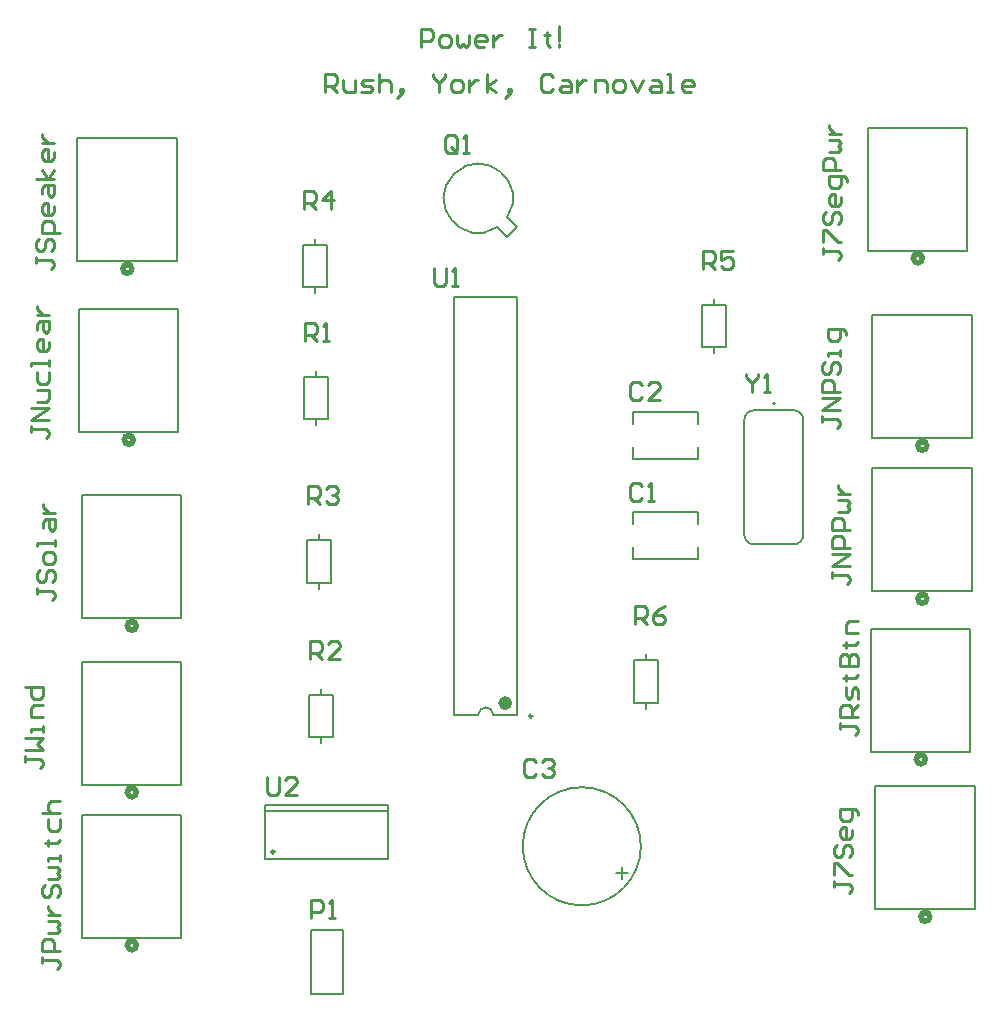
<source format=gto>
G04*
G04 #@! TF.GenerationSoftware,Altium Limited,Altium Designer,22.10.1 (41)*
G04*
G04 Layer_Color=65535*
%FSLAX25Y25*%
%MOIN*%
G70*
G04*
G04 #@! TF.SameCoordinates,D8DE2597-0232-48C6-990D-D127052A737A*
G04*
G04*
G04 #@! TF.FilePolarity,Positive*
G04*
G01*
G75*
%ADD10C,0.02362*%
%ADD11C,0.00984*%
%ADD12C,0.00787*%
%ADD13C,0.02000*%
%ADD14C,0.00700*%
%ADD15C,0.00600*%
%ADD16C,0.01000*%
D10*
X192677Y119752D02*
G03*
X192677Y119752I-1181J0D01*
G01*
D11*
X200492Y115382D02*
G03*
X200492Y115382I-492J0D01*
G01*
X114579Y70169D02*
G03*
X114579Y70169I-492J0D01*
G01*
D12*
X187500Y115815D02*
G03*
X182500Y115815I-2500J0D01*
G01*
X192087Y281656D02*
G03*
X188828Y278402I-9587J6344D01*
G01*
X236685Y72000D02*
G03*
X236685Y72000I-19685J0D01*
G01*
X290843Y214094D02*
G03*
X287595Y217342I-3248J0D01*
G01*
X274406Y217342D02*
G03*
X271158Y214094I0J-3248D01*
G01*
Y175906D02*
G03*
X274406Y172658I3248J-0D01*
G01*
X287595Y172658D02*
G03*
X290843Y175906I0J3248D01*
G01*
X174567Y255185D02*
X195433D01*
X174567Y115815D02*
X182500D01*
X187500D02*
X195433D01*
X174567D02*
Y255185D01*
X195433Y115815D02*
Y255185D01*
X128500Y228587D02*
Y230575D01*
Y212425D02*
Y214413D01*
X124563D02*
X132437D01*
Y228587D01*
X124563D02*
X132437D01*
X124563Y214413D02*
Y228587D01*
X192085Y281659D02*
X195454Y278291D01*
X192196Y275034D02*
X195454Y278291D01*
X188828Y278402D02*
X192196Y275034D01*
X230453Y61158D02*
Y65095D01*
X228484Y63126D02*
X232421D01*
X130000Y106425D02*
Y108413D01*
Y122587D02*
Y124575D01*
X126063Y122587D02*
X133937D01*
X126063Y108413D02*
Y122587D01*
Y108413D02*
X133937D01*
Y122587D01*
X129500Y157925D02*
Y159913D01*
Y174087D02*
Y176075D01*
X125563Y174087D02*
X133437D01*
X125563Y159913D02*
Y174087D01*
Y159913D02*
X133437D01*
Y174087D01*
X128000Y256425D02*
Y258413D01*
Y272587D02*
Y274575D01*
X124063Y272587D02*
X131937D01*
X124063Y258413D02*
Y272587D01*
Y258413D02*
X131937D01*
Y272587D01*
X137295Y22909D02*
Y44091D01*
X126705Y22909D02*
X137295D01*
X126705D02*
Y44091D01*
X137295D01*
X111528Y83752D02*
X152472D01*
X111528Y67610D02*
Y85720D01*
X111528Y67610D02*
X152472D01*
Y85720D01*
X111528D02*
X152472D01*
X274406Y217342D02*
X287595D01*
X290843Y175906D02*
Y214094D01*
X271158Y175906D02*
Y214094D01*
X274406Y172658D02*
X287595D01*
X255827Y167626D02*
Y171661D01*
Y179339D02*
Y183374D01*
X234173D02*
X255827D01*
X234173Y167626D02*
Y171661D01*
Y179339D02*
Y183374D01*
Y167626D02*
X255827D01*
Y201126D02*
Y205161D01*
Y212839D02*
Y216874D01*
X234173D02*
X255827D01*
X234173Y201126D02*
Y205161D01*
Y212839D02*
Y216874D01*
Y201126D02*
X255827D01*
X261000Y252587D02*
Y254575D01*
Y236425D02*
Y238413D01*
X257063D02*
X264937D01*
Y252587D01*
X257063D02*
X264937D01*
X257063Y238413D02*
Y252587D01*
X238500Y117925D02*
Y119913D01*
Y134087D02*
Y136075D01*
X234563Y134087D02*
X242437D01*
X234563Y119913D02*
Y134087D01*
Y119913D02*
X242437D01*
Y134087D01*
D13*
X331500Y101000D02*
G03*
X331500Y101000I-1500J0D01*
G01*
X332000Y205500D02*
G03*
X332000Y205500I-1500J0D01*
G01*
X68500Y39000D02*
G03*
X68500Y39000I-1500J0D01*
G01*
Y145500D02*
G03*
X68500Y145500I-1500J0D01*
G01*
Y90000D02*
G03*
X68500Y90000I-1500J0D01*
G01*
X67500Y207500D02*
G03*
X67500Y207500I-1500J0D01*
G01*
X67000Y264500D02*
G03*
X67000Y264500I-1500J0D01*
G01*
X333000Y48500D02*
G03*
X333000Y48500I-1500J0D01*
G01*
X330500Y268000D02*
G03*
X330500Y268000I-1500J0D01*
G01*
X332000Y154500D02*
G03*
X332000Y154500I-1500J0D01*
G01*
D14*
X281350Y219618D02*
G03*
X281350Y219618I-350J0D01*
G01*
D15*
X346445Y103500D02*
Y144500D01*
X313358D02*
X346445D01*
X313358Y103500D02*
Y144500D01*
Y103500D02*
X346445D01*
X346945Y208000D02*
Y249000D01*
X313858D02*
X346945D01*
X313858Y208000D02*
Y249000D01*
Y208000D02*
X346945D01*
X83445Y41500D02*
Y82500D01*
X50358D02*
X83445D01*
X50358Y41500D02*
Y82500D01*
Y41500D02*
X83445D01*
Y148000D02*
Y189000D01*
X50358D02*
X83445D01*
X50358Y148000D02*
Y189000D01*
Y148000D02*
X83445D01*
Y92500D02*
Y133500D01*
X50358D02*
X83445D01*
X50358Y92500D02*
Y133500D01*
Y92500D02*
X83445D01*
X82445Y210000D02*
Y251000D01*
X49358D02*
X82445D01*
X49358Y210000D02*
Y251000D01*
Y210000D02*
X82445D01*
X81945Y267000D02*
Y308000D01*
X48858D02*
X81945D01*
X48858Y267000D02*
Y308000D01*
Y267000D02*
X81945D01*
X347945Y51000D02*
Y92000D01*
X314858D02*
X347945D01*
X314858Y51000D02*
Y92000D01*
Y51000D02*
X347945D01*
X345445Y270500D02*
Y311500D01*
X312358D02*
X345445D01*
X312358Y270500D02*
Y311500D01*
Y270500D02*
X345445D01*
X346945Y157000D02*
Y198000D01*
X313858D02*
X346945D01*
X313858Y157000D02*
Y198000D01*
Y157000D02*
X346945D01*
D16*
X131500Y323499D02*
Y329497D01*
X134499D01*
X135499Y328498D01*
Y326498D01*
X134499Y325499D01*
X131500D01*
X133499D02*
X135499Y323499D01*
X137498Y327498D02*
Y324499D01*
X138498Y323499D01*
X141497D01*
Y327498D01*
X143496Y323499D02*
X146495D01*
X147495Y324499D01*
X146495Y325499D01*
X144496D01*
X143496Y326498D01*
X144496Y327498D01*
X147495D01*
X149494Y329497D02*
Y323499D01*
Y326498D01*
X150494Y327498D01*
X152493D01*
X153493Y326498D01*
Y323499D01*
X156492Y322500D02*
X157492Y323499D01*
Y324499D01*
X156492D01*
Y323499D01*
X157492D01*
X156492Y322500D01*
X155492Y321500D01*
X167488Y329497D02*
Y328498D01*
X169488Y326498D01*
X171487Y328498D01*
Y329497D01*
X169488Y326498D02*
Y323499D01*
X174486D02*
X176485D01*
X177485Y324499D01*
Y326498D01*
X176485Y327498D01*
X174486D01*
X173486Y326498D01*
Y324499D01*
X174486Y323499D01*
X179484Y327498D02*
Y323499D01*
Y325499D01*
X180484Y326498D01*
X181484Y327498D01*
X182483D01*
X185483Y323499D02*
Y329497D01*
Y325499D02*
X188482Y327498D01*
X185483Y325499D02*
X188482Y323499D01*
X192480Y322500D02*
X193480Y323499D01*
Y324499D01*
X192480D01*
Y323499D01*
X193480D01*
X192480Y322500D01*
X191481Y321500D01*
X207475Y328498D02*
X206476Y329497D01*
X204476D01*
X203477Y328498D01*
Y324499D01*
X204476Y323499D01*
X206476D01*
X207475Y324499D01*
X210474Y327498D02*
X212474D01*
X213474Y326498D01*
Y323499D01*
X210474D01*
X209475Y324499D01*
X210474Y325499D01*
X213474D01*
X215473Y327498D02*
Y323499D01*
Y325499D01*
X216473Y326498D01*
X217472Y327498D01*
X218472D01*
X221471Y323499D02*
Y327498D01*
X224470D01*
X225470Y326498D01*
Y323499D01*
X228469D02*
X230468D01*
X231468Y324499D01*
Y326498D01*
X230468Y327498D01*
X228469D01*
X227469Y326498D01*
Y324499D01*
X228469Y323499D01*
X233467Y327498D02*
X235466Y323499D01*
X237466Y327498D01*
X240465D02*
X242464D01*
X243464Y326498D01*
Y323499D01*
X240465D01*
X239465Y324499D01*
X240465Y325499D01*
X243464D01*
X245463Y323499D02*
X247463D01*
X246463D01*
Y329497D01*
X245463D01*
X253461Y323499D02*
X251461D01*
X250462Y324499D01*
Y326498D01*
X251461Y327498D01*
X253461D01*
X254460Y326498D01*
Y325499D01*
X250462D01*
X163500Y338500D02*
Y344498D01*
X166499D01*
X167499Y343498D01*
Y341499D01*
X166499Y340499D01*
X163500D01*
X170498Y338500D02*
X172497D01*
X173497Y339500D01*
Y341499D01*
X172497Y342499D01*
X170498D01*
X169498Y341499D01*
Y339500D01*
X170498Y338500D01*
X175496Y342499D02*
Y339500D01*
X176496Y338500D01*
X177496Y339500D01*
X178495Y338500D01*
X179495Y339500D01*
Y342499D01*
X184493Y338500D02*
X182494D01*
X181494Y339500D01*
Y341499D01*
X182494Y342499D01*
X184493D01*
X185493Y341499D01*
Y340499D01*
X181494D01*
X187492Y342499D02*
Y338500D01*
Y340499D01*
X188492Y341499D01*
X189492Y342499D01*
X190491D01*
X199488Y344498D02*
X201488D01*
X200488D01*
Y338500D01*
X199488D01*
X201488D01*
X205486Y343498D02*
Y342499D01*
X204487D01*
X206486D01*
X205486D01*
Y339500D01*
X206486Y338500D01*
X209485Y340499D02*
Y345498D01*
Y339500D02*
Y338500D01*
X167600Y264598D02*
Y259600D01*
X168600Y258600D01*
X170599D01*
X171599Y259600D01*
Y264598D01*
X173598Y258600D02*
X175597D01*
X174598D01*
Y264598D01*
X173598Y263598D01*
X124800Y240500D02*
Y246498D01*
X127799D01*
X128799Y245498D01*
Y243499D01*
X127799Y242499D01*
X124800D01*
X126799D02*
X128799Y240500D01*
X130798D02*
X132797D01*
X131798D01*
Y246498D01*
X130798Y245498D01*
X175499Y304000D02*
Y307998D01*
X174499Y308998D01*
X172500D01*
X171500Y307998D01*
Y304000D01*
X172500Y303000D01*
X174499D01*
X173499Y304999D02*
X175499Y303000D01*
X174499D02*
X175499Y304000D01*
X177498Y303000D02*
X179497D01*
X178498D01*
Y308998D01*
X177498Y307998D01*
X201799Y100198D02*
X200799Y101198D01*
X198800D01*
X197800Y100198D01*
Y96200D01*
X198800Y95200D01*
X200799D01*
X201799Y96200D01*
X203798Y100198D02*
X204798Y101198D01*
X206797D01*
X207797Y100198D01*
Y99199D01*
X206797Y98199D01*
X205797D01*
X206797D01*
X207797Y97199D01*
Y96200D01*
X206797Y95200D01*
X204798D01*
X203798Y96200D01*
X126300Y134500D02*
Y140498D01*
X129299D01*
X130299Y139498D01*
Y137499D01*
X129299Y136499D01*
X126300D01*
X128299D02*
X130299Y134500D01*
X136297D02*
X132298D01*
X136297Y138499D01*
Y139498D01*
X135297Y140498D01*
X133298D01*
X132298Y139498D01*
X125800Y186000D02*
Y191998D01*
X128799D01*
X129799Y190998D01*
Y188999D01*
X128799Y187999D01*
X125800D01*
X127799D02*
X129799Y186000D01*
X131798Y190998D02*
X132798Y191998D01*
X134797D01*
X135797Y190998D01*
Y189999D01*
X134797Y188999D01*
X133797D01*
X134797D01*
X135797Y187999D01*
Y187000D01*
X134797Y186000D01*
X132798D01*
X131798Y187000D01*
X124300Y284500D02*
Y290498D01*
X127299D01*
X128299Y289498D01*
Y287499D01*
X127299Y286499D01*
X124300D01*
X126299D02*
X128299Y284500D01*
X133297D02*
Y290498D01*
X130298Y287499D01*
X134297D01*
X126800Y48000D02*
Y53998D01*
X129799D01*
X130799Y52998D01*
Y50999D01*
X129799Y49999D01*
X126800D01*
X132798Y48000D02*
X134797D01*
X133798D01*
Y53998D01*
X132798Y52998D01*
X303001Y113005D02*
Y111005D01*
Y112005D01*
X307999D01*
X308999Y111005D01*
Y110006D01*
X307999Y109006D01*
X308999Y115004D02*
X303001D01*
Y118003D01*
X304001Y119003D01*
X306000D01*
X307000Y118003D01*
Y115004D01*
Y117004D02*
X308999Y119003D01*
Y121002D02*
Y124001D01*
X307999Y125001D01*
X307000Y124001D01*
Y122002D01*
X306000Y121002D01*
X305000Y122002D01*
Y125001D01*
X304001Y128000D02*
X305000D01*
Y127000D01*
Y129000D01*
Y128000D01*
X307999D01*
X308999Y129000D01*
X303001Y131999D02*
X308999D01*
Y134998D01*
X307999Y135997D01*
X307000D01*
X306000Y134998D01*
Y131999D01*
Y134998D01*
X305000Y135997D01*
X304001D01*
X303001Y134998D01*
Y131999D01*
X304001Y138997D02*
X305000D01*
Y137997D01*
Y139996D01*
Y138997D01*
X307999D01*
X308999Y139996D01*
Y142995D02*
X305000D01*
Y145994D01*
X306000Y146994D01*
X308999D01*
X297001Y215504D02*
Y213505D01*
Y214504D01*
X302000D01*
X302999Y213505D01*
Y212505D01*
X302000Y211505D01*
X302999Y217503D02*
X297001D01*
X302999Y221502D01*
X297001D01*
X302999Y223501D02*
X297001D01*
Y226501D01*
X298001Y227500D01*
X300000D01*
X301000Y226501D01*
Y223501D01*
X298001Y233498D02*
X297001Y232499D01*
Y230499D01*
X298001Y229500D01*
X299001D01*
X300000Y230499D01*
Y232499D01*
X301000Y233498D01*
X302000D01*
X302999Y232499D01*
Y230499D01*
X302000Y229500D01*
X302999Y235498D02*
Y237497D01*
Y236497D01*
X299001D01*
Y235498D01*
X304999Y242495D02*
Y243495D01*
X303999Y244495D01*
X299001D01*
Y241496D01*
X300000Y240496D01*
X302000D01*
X302999Y241496D01*
Y244495D01*
X37001Y35008D02*
Y33008D01*
Y34008D01*
X41999D01*
X42999Y33008D01*
Y32009D01*
X41999Y31009D01*
X42999Y37007D02*
X37001D01*
Y40006D01*
X38001Y41006D01*
X40000D01*
X41000Y40006D01*
Y37007D01*
X39000Y43005D02*
X41999D01*
X42999Y44005D01*
X41999Y45004D01*
X42999Y46004D01*
X41999Y47004D01*
X39000D01*
Y49003D02*
X42999D01*
X41000D01*
X40000Y50003D01*
X39000Y51003D01*
Y52002D01*
X38001Y59000D02*
X37001Y58000D01*
Y56001D01*
X38001Y55001D01*
X39000D01*
X40000Y56001D01*
Y58000D01*
X41000Y59000D01*
X41999D01*
X42999Y58000D01*
Y56001D01*
X41999Y55001D01*
X39000Y60999D02*
X41999D01*
X42999Y61999D01*
X41999Y62999D01*
X42999Y63998D01*
X41999Y64998D01*
X39000D01*
X42999Y66997D02*
Y68997D01*
Y67997D01*
X39000D01*
Y66997D01*
X38001Y72996D02*
X39000D01*
Y71996D01*
Y73995D01*
Y72996D01*
X41999D01*
X42999Y73995D01*
X39000Y80993D02*
Y77994D01*
X40000Y76994D01*
X41999D01*
X42999Y77994D01*
Y80993D01*
X37001Y82992D02*
X42999D01*
X40000D01*
X39000Y83992D01*
Y85991D01*
X40000Y86991D01*
X42999D01*
X35501Y158004D02*
Y156005D01*
Y157004D01*
X40499D01*
X41499Y156005D01*
Y155005D01*
X40499Y154005D01*
X36501Y164002D02*
X35501Y163002D01*
Y161003D01*
X36501Y160003D01*
X37500D01*
X38500Y161003D01*
Y163002D01*
X39500Y164002D01*
X40499D01*
X41499Y163002D01*
Y161003D01*
X40499Y160003D01*
X41499Y167001D02*
Y169000D01*
X40499Y170000D01*
X38500D01*
X37500Y169000D01*
Y167001D01*
X38500Y166001D01*
X40499D01*
X41499Y167001D01*
Y171999D02*
Y173999D01*
Y172999D01*
X35501D01*
Y171999D01*
X37500Y177997D02*
Y179997D01*
X38500Y180997D01*
X41499D01*
Y177997D01*
X40499Y176998D01*
X39500Y177997D01*
Y180997D01*
X37500Y182996D02*
X41499D01*
X39500D01*
X38500Y183995D01*
X37500Y184995D01*
Y185995D01*
X31501Y102003D02*
Y100004D01*
Y101003D01*
X36499D01*
X37499Y100004D01*
Y99004D01*
X36499Y98004D01*
X31501Y104002D02*
X37499D01*
X35500Y106002D01*
X37499Y108001D01*
X31501D01*
X37499Y110001D02*
Y112000D01*
Y111000D01*
X33500D01*
Y110001D01*
X37499Y114999D02*
X33500D01*
Y117998D01*
X34500Y118998D01*
X37499D01*
X31501Y124996D02*
X37499D01*
Y121997D01*
X36499Y120997D01*
X34500D01*
X33500Y121997D01*
Y124996D01*
X33501Y212006D02*
Y210006D01*
Y211006D01*
X38499D01*
X39499Y210006D01*
Y209007D01*
X38499Y208007D01*
X39499Y214005D02*
X33501D01*
X39499Y218004D01*
X33501D01*
X35500Y220003D02*
X38499D01*
X39499Y221003D01*
Y224002D01*
X35500D01*
Y230000D02*
Y227001D01*
X36500Y226001D01*
X38499D01*
X39499Y227001D01*
Y230000D01*
Y231999D02*
Y233999D01*
Y232999D01*
X33501D01*
Y231999D01*
X39499Y239997D02*
Y237997D01*
X38499Y236998D01*
X36500D01*
X35500Y237997D01*
Y239997D01*
X36500Y240997D01*
X37500D01*
Y236998D01*
X35500Y243995D02*
Y245995D01*
X36500Y246994D01*
X39499D01*
Y243995D01*
X38499Y242996D01*
X37500Y243995D01*
Y246994D01*
X35500Y248994D02*
X39499D01*
X37500D01*
X36500Y249993D01*
X35500Y250993D01*
Y251993D01*
X35001Y268506D02*
Y266507D01*
Y267506D01*
X40000D01*
X40999Y266507D01*
Y265507D01*
X40000Y264507D01*
X36001Y274504D02*
X35001Y273504D01*
Y271505D01*
X36001Y270505D01*
X37001D01*
X38000Y271505D01*
Y273504D01*
X39000Y274504D01*
X40000D01*
X40999Y273504D01*
Y271505D01*
X40000Y270505D01*
X42999Y276503D02*
X37001D01*
Y279502D01*
X38000Y280502D01*
X40000D01*
X40999Y279502D01*
Y276503D01*
Y285501D02*
Y283501D01*
X40000Y282502D01*
X38000D01*
X37001Y283501D01*
Y285501D01*
X38000Y286500D01*
X39000D01*
Y282502D01*
X37001Y289499D02*
Y291498D01*
X38000Y292498D01*
X40999D01*
Y289499D01*
X40000Y288499D01*
X39000Y289499D01*
Y292498D01*
X40999Y294498D02*
X35001D01*
X39000D02*
X37001Y297497D01*
X39000Y294498D02*
X40999Y297497D01*
Y303495D02*
Y301495D01*
X40000Y300496D01*
X38000D01*
X37001Y301495D01*
Y303495D01*
X38000Y304494D01*
X39000D01*
Y300496D01*
X37001Y306494D02*
X40999D01*
X39000D01*
X38000Y307493D01*
X37001Y308493D01*
Y309493D01*
X301001Y60503D02*
Y58504D01*
Y59504D01*
X306000D01*
X306999Y58504D01*
Y57504D01*
X306000Y56504D01*
X301001Y62503D02*
Y66501D01*
X302001D01*
X306000Y62503D01*
X306999D01*
X302001Y72499D02*
X301001Y71500D01*
Y69500D01*
X302001Y68501D01*
X303001D01*
X304000Y69500D01*
Y71500D01*
X305000Y72499D01*
X306000D01*
X306999Y71500D01*
Y69500D01*
X306000Y68501D01*
X306999Y77498D02*
Y75498D01*
X306000Y74499D01*
X304000D01*
X303001Y75498D01*
Y77498D01*
X304000Y78497D01*
X305000D01*
Y74499D01*
X308999Y82496D02*
Y83496D01*
X307999Y84496D01*
X303001D01*
Y81497D01*
X304000Y80497D01*
X306000D01*
X306999Y81497D01*
Y84496D01*
X297501Y271506D02*
Y269507D01*
Y270506D01*
X302500D01*
X303499Y269507D01*
Y268507D01*
X302500Y267507D01*
X297501Y273505D02*
Y277504D01*
X298501D01*
X302500Y273505D01*
X303499D01*
X298501Y283502D02*
X297501Y282502D01*
Y280503D01*
X298501Y279503D01*
X299501D01*
X300500Y280503D01*
Y282502D01*
X301500Y283502D01*
X302500D01*
X303499Y282502D01*
Y280503D01*
X302500Y279503D01*
X303499Y288500D02*
Y286501D01*
X302500Y285502D01*
X300500D01*
X299501Y286501D01*
Y288500D01*
X300500Y289500D01*
X301500D01*
Y285502D01*
X305499Y293499D02*
Y294498D01*
X304499Y295498D01*
X299501D01*
Y292499D01*
X300500Y291499D01*
X302500D01*
X303499Y292499D01*
Y295498D01*
Y297498D02*
X297501D01*
Y300497D01*
X298501Y301496D01*
X300500D01*
X301500Y300497D01*
Y297498D01*
X299501Y303496D02*
X302500D01*
X303499Y304495D01*
X302500Y305495D01*
X303499Y306495D01*
X302500Y307494D01*
X299501D01*
Y309494D02*
X303499D01*
X301500D01*
X300500Y310493D01*
X299501Y311493D01*
Y312493D01*
X300501Y163504D02*
Y161505D01*
Y162504D01*
X305499D01*
X306499Y161505D01*
Y160505D01*
X305499Y159505D01*
X306499Y165503D02*
X300501D01*
X306499Y169502D01*
X300501D01*
X306499Y171502D02*
X300501D01*
Y174501D01*
X301501Y175500D01*
X303500D01*
X304500Y174501D01*
Y171502D01*
X306499Y177499D02*
X300501D01*
Y180499D01*
X301501Y181498D01*
X303500D01*
X304500Y180499D01*
Y177499D01*
X302500Y183498D02*
X305499D01*
X306499Y184497D01*
X305499Y185497D01*
X306499Y186497D01*
X305499Y187496D01*
X302500D01*
Y189496D02*
X306499D01*
X304500D01*
X303500Y190495D01*
X302500Y191495D01*
Y192495D01*
X112100Y95098D02*
Y90100D01*
X113100Y89100D01*
X115099D01*
X116099Y90100D01*
Y95098D01*
X122097Y89100D02*
X118098D01*
X122097Y93099D01*
Y94098D01*
X121097Y95098D01*
X119098D01*
X118098Y94098D01*
X271700Y229298D02*
Y228298D01*
X273699Y226299D01*
X275699Y228298D01*
Y229298D01*
X273699Y226299D02*
Y223300D01*
X277698D02*
X279697D01*
X278698D01*
Y229298D01*
X277698Y228298D01*
X236999Y192198D02*
X235999Y193198D01*
X234000D01*
X233000Y192198D01*
Y188200D01*
X234000Y187200D01*
X235999D01*
X236999Y188200D01*
X238998Y187200D02*
X240997D01*
X239998D01*
Y193198D01*
X238998Y192198D01*
X236999Y225698D02*
X235999Y226698D01*
X234000D01*
X233000Y225698D01*
Y221700D01*
X234000Y220700D01*
X235999D01*
X236999Y221700D01*
X242997Y220700D02*
X238998D01*
X242997Y224699D01*
Y225698D01*
X241997Y226698D01*
X239998D01*
X238998Y225698D01*
X257300Y264500D02*
Y270498D01*
X260299D01*
X261299Y269498D01*
Y267499D01*
X260299Y266499D01*
X257300D01*
X259299D02*
X261299Y264500D01*
X267297Y270498D02*
X263298D01*
Y267499D01*
X265297Y268499D01*
X266297D01*
X267297Y267499D01*
Y265500D01*
X266297Y264500D01*
X264298D01*
X263298Y265500D01*
X234800Y146000D02*
Y151998D01*
X237799D01*
X238799Y150998D01*
Y148999D01*
X237799Y147999D01*
X234800D01*
X236799D02*
X238799Y146000D01*
X244797Y151998D02*
X242797Y150998D01*
X240798Y148999D01*
Y147000D01*
X241798Y146000D01*
X243797D01*
X244797Y147000D01*
Y147999D01*
X243797Y148999D01*
X240798D01*
M02*

</source>
